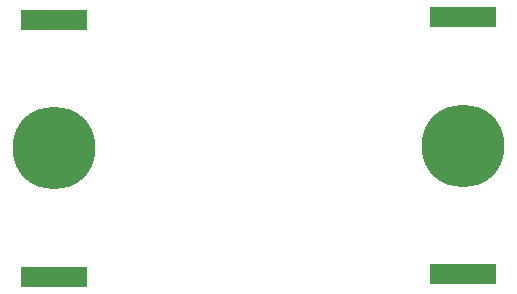
<source format=gbr>
%TF.GenerationSoftware,KiCad,Pcbnew,7.0.6*%
%TF.CreationDate,2023-11-12T21:40:01+01:00*%
%TF.ProjectId,Julkort,4a756c6b-6f72-4742-9e6b-696361645f70,rev?*%
%TF.SameCoordinates,Original*%
%TF.FileFunction,Paste,Bot*%
%TF.FilePolarity,Positive*%
%FSLAX46Y46*%
G04 Gerber Fmt 4.6, Leading zero omitted, Abs format (unit mm)*
G04 Created by KiCad (PCBNEW 7.0.6) date 2023-11-12 21:40:01*
%MOMM*%
%LPD*%
G01*
G04 APERTURE LIST*
%ADD10C,7.000000*%
%ADD11R,5.600000X1.750000*%
G04 APERTURE END LIST*
D10*
%TO.C,H1*%
X103688766Y-116441816D03*
D11*
X103688766Y-127316816D03*
X103688766Y-105566816D03*
%TD*%
D10*
%TO.C,H2*%
X138364228Y-116242865D03*
D11*
X138364228Y-105367865D03*
X138364228Y-127117865D03*
%TD*%
M02*

</source>
